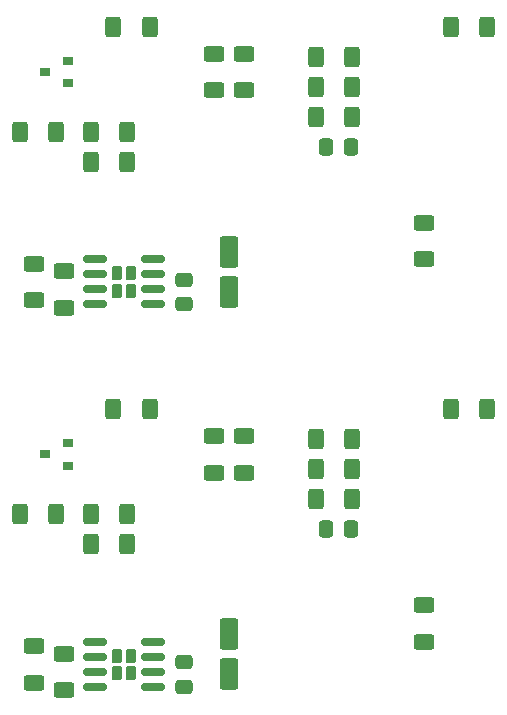
<source format=gbp>
%TF.GenerationSoftware,KiCad,Pcbnew,(6.0.2)*%
%TF.CreationDate,2023-02-28T18:47:33+01:00*%
%TF.ProjectId,st_link_diy_panel,73745f6c-696e-46b5-9f64-69795f70616e,rev?*%
%TF.SameCoordinates,Original*%
%TF.FileFunction,Paste,Bot*%
%TF.FilePolarity,Positive*%
%FSLAX46Y46*%
G04 Gerber Fmt 4.6, Leading zero omitted, Abs format (unit mm)*
G04 Created by KiCad (PCBNEW (6.0.2)) date 2023-02-28 18:47:33*
%MOMM*%
%LPD*%
G01*
G04 APERTURE LIST*
G04 Aperture macros list*
%AMRoundRect*
0 Rectangle with rounded corners*
0 $1 Rounding radius*
0 $2 $3 $4 $5 $6 $7 $8 $9 X,Y pos of 4 corners*
0 Add a 4 corners polygon primitive as box body*
4,1,4,$2,$3,$4,$5,$6,$7,$8,$9,$2,$3,0*
0 Add four circle primitives for the rounded corners*
1,1,$1+$1,$2,$3*
1,1,$1+$1,$4,$5*
1,1,$1+$1,$6,$7*
1,1,$1+$1,$8,$9*
0 Add four rect primitives between the rounded corners*
20,1,$1+$1,$2,$3,$4,$5,0*
20,1,$1+$1,$4,$5,$6,$7,0*
20,1,$1+$1,$6,$7,$8,$9,0*
20,1,$1+$1,$8,$9,$2,$3,0*%
G04 Aperture macros list end*
%ADD10RoundRect,0.250000X0.400000X0.625000X-0.400000X0.625000X-0.400000X-0.625000X0.400000X-0.625000X0*%
%ADD11RoundRect,0.250000X-0.550000X1.075000X-0.550000X-1.075000X0.550000X-1.075000X0.550000X1.075000X0*%
%ADD12RoundRect,0.250000X-0.625000X0.400000X-0.625000X-0.400000X0.625000X-0.400000X0.625000X0.400000X0*%
%ADD13R,0.900000X0.800000*%
%ADD14RoundRect,0.250000X-0.337500X-0.475000X0.337500X-0.475000X0.337500X0.475000X-0.337500X0.475000X0*%
%ADD15RoundRect,0.230000X0.230000X0.375000X-0.230000X0.375000X-0.230000X-0.375000X0.230000X-0.375000X0*%
%ADD16RoundRect,0.150000X0.825000X0.150000X-0.825000X0.150000X-0.825000X-0.150000X0.825000X-0.150000X0*%
%ADD17RoundRect,0.250000X-0.400000X-0.625000X0.400000X-0.625000X0.400000X0.625000X-0.400000X0.625000X0*%
%ADD18RoundRect,0.250000X0.625000X-0.400000X0.625000X0.400000X-0.625000X0.400000X-0.625000X-0.400000X0*%
%ADD19RoundRect,0.250000X0.475000X-0.337500X0.475000X0.337500X-0.475000X0.337500X-0.475000X-0.337500X0*%
G04 APERTURE END LIST*
D10*
%TO.C,R7*%
X115850000Y-144780000D03*
X112750000Y-144780000D03*
%TD*%
%TO.C,R13*%
X134900000Y-140970000D03*
X131800000Y-140970000D03*
%TD*%
D11*
%TO.C,C2*%
X124460000Y-152400000D03*
X124460000Y-155750000D03*
%TD*%
D12*
%TO.C,R1*%
X110490000Y-154025000D03*
X110490000Y-157125000D03*
%TD*%
D13*
%TO.C,Q1*%
X110855000Y-136210000D03*
X110855000Y-138110000D03*
X108855000Y-137160000D03*
%TD*%
D10*
%TO.C,R3*%
X115850000Y-142240000D03*
X112750000Y-142240000D03*
%TD*%
D14*
%TO.C,C5*%
X132715000Y-143510000D03*
X134790000Y-143510000D03*
%TD*%
D15*
%TO.C,U1*%
X116140000Y-155690000D03*
X116140000Y-154190000D03*
X115000000Y-155690000D03*
X115000000Y-154190000D03*
D16*
X118045000Y-153035000D03*
X118045000Y-154305000D03*
X118045000Y-155575000D03*
X118045000Y-156845000D03*
X113095000Y-156845000D03*
X113095000Y-155575000D03*
X113095000Y-154305000D03*
X113095000Y-153035000D03*
%TD*%
D10*
%TO.C,R9*%
X146330000Y-133350000D03*
X143230000Y-133350000D03*
%TD*%
D12*
%TO.C,R16*%
X140970000Y-149935000D03*
X140970000Y-153035000D03*
%TD*%
D17*
%TO.C,R11*%
X131800000Y-138430000D03*
X134900000Y-138430000D03*
%TD*%
%TO.C,R8*%
X114655000Y-133350000D03*
X117755000Y-133350000D03*
%TD*%
D10*
%TO.C,R6*%
X109855000Y-142240000D03*
X106755000Y-142240000D03*
%TD*%
D18*
%TO.C,R4*%
X123190000Y-138710000D03*
X123190000Y-135610000D03*
%TD*%
D19*
%TO.C,C1*%
X120650000Y-156845000D03*
X120650000Y-154770000D03*
%TD*%
D18*
%TO.C,R5*%
X125730000Y-138710000D03*
X125730000Y-135610000D03*
%TD*%
D12*
%TO.C,R2*%
X107950000Y-153390000D03*
X107950000Y-156490000D03*
%TD*%
D17*
%TO.C,R10*%
X131800000Y-135890000D03*
X134900000Y-135890000D03*
%TD*%
%TO.C,R11*%
X131800000Y-106045000D03*
X134900000Y-106045000D03*
%TD*%
D15*
%TO.C,U1*%
X116140000Y-123305000D03*
X116140000Y-121805000D03*
X115000000Y-123305000D03*
X115000000Y-121805000D03*
D16*
X118045000Y-120650000D03*
X118045000Y-121920000D03*
X118045000Y-123190000D03*
X118045000Y-124460000D03*
X113095000Y-124460000D03*
X113095000Y-123190000D03*
X113095000Y-121920000D03*
X113095000Y-120650000D03*
%TD*%
D10*
%TO.C,R7*%
X115850000Y-112395000D03*
X112750000Y-112395000D03*
%TD*%
D12*
%TO.C,R16*%
X140970000Y-117550000D03*
X140970000Y-120650000D03*
%TD*%
D13*
%TO.C,Q1*%
X110855000Y-103825000D03*
X110855000Y-105725000D03*
X108855000Y-104775000D03*
%TD*%
D10*
%TO.C,R3*%
X115850000Y-109855000D03*
X112750000Y-109855000D03*
%TD*%
D12*
%TO.C,R1*%
X110490000Y-121640000D03*
X110490000Y-124740000D03*
%TD*%
D17*
%TO.C,R8*%
X114655000Y-100965000D03*
X117755000Y-100965000D03*
%TD*%
D10*
%TO.C,R13*%
X134900000Y-108585000D03*
X131800000Y-108585000D03*
%TD*%
%TO.C,R9*%
X146330000Y-100965000D03*
X143230000Y-100965000D03*
%TD*%
D11*
%TO.C,C2*%
X124460000Y-120015000D03*
X124460000Y-123365000D03*
%TD*%
D14*
%TO.C,C5*%
X132715000Y-111125000D03*
X134790000Y-111125000D03*
%TD*%
D19*
%TO.C,C1*%
X120650000Y-124460000D03*
X120650000Y-122385000D03*
%TD*%
D18*
%TO.C,R4*%
X123190000Y-106325000D03*
X123190000Y-103225000D03*
%TD*%
D12*
%TO.C,R2*%
X107950000Y-121005000D03*
X107950000Y-124105000D03*
%TD*%
D17*
%TO.C,R10*%
X131800000Y-103505000D03*
X134900000Y-103505000D03*
%TD*%
D10*
%TO.C,R6*%
X109855000Y-109855000D03*
X106755000Y-109855000D03*
%TD*%
D18*
%TO.C,R5*%
X125730000Y-106325000D03*
X125730000Y-103225000D03*
%TD*%
M02*

</source>
